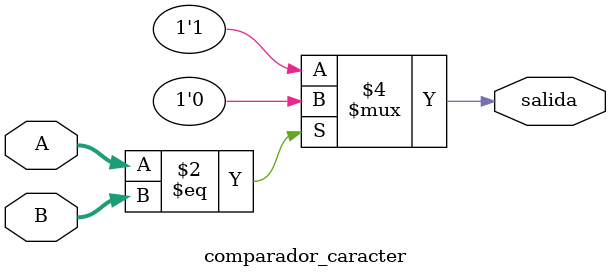
<source format=v>
`timescale 1ns / 1ps


module comparador_caracter(
    input[6:0] A,
    input[6:0] B,
    output reg salida
    );
    
    always @(A or B)
    begin
        if (A == B) 
            salida <= 1'd0;
        else 
            salida <= 1'd1;
    end
endmodule

</source>
